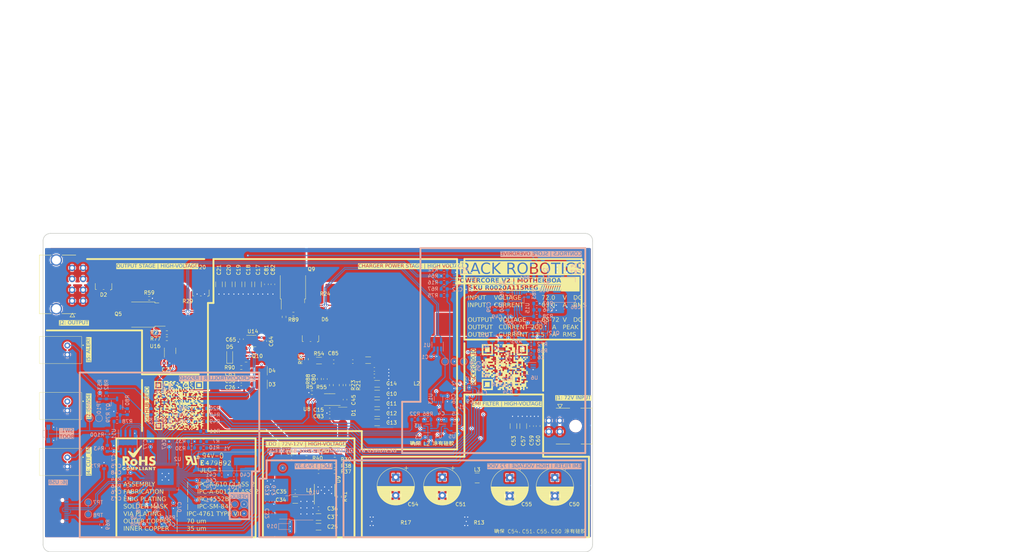
<source format=kicad_pcb>
(kicad_pcb (version 20221018) (generator pcbnew)

  (general
    (thickness 1.64)
  )

  (paper "A3")
  (title_block
    (title "PC-02 EDM PULSE GENERATOR")
    (company "DRAGONFLY POWER SYSTEMS")
  )

  (layers
    (0 "F.Cu" signal)
    (1 "In1.Cu" power)
    (2 "In2.Cu" signal)
    (3 "In3.Cu" signal)
    (4 "In4.Cu" power)
    (31 "B.Cu" signal)
    (32 "B.Adhes" user "B.Adhesive")
    (33 "F.Adhes" user "F.Adhesive")
    (34 "B.Paste" user)
    (35 "F.Paste" user)
    (36 "B.SilkS" user "B.Silkscreen")
    (37 "F.SilkS" user "F.Silkscreen")
    (38 "B.Mask" user)
    (39 "F.Mask" user)
    (40 "Dwgs.User" user "User.Drawings")
    (41 "Cmts.User" user "User.Comments")
    (42 "Eco1.User" user "User.Eco1")
    (43 "Eco2.User" user "User.Eco2")
    (44 "Edge.Cuts" user)
    (45 "Margin" user)
    (46 "B.CrtYd" user "B.Courtyard")
    (47 "F.CrtYd" user "F.Courtyard")
    (48 "B.Fab" user)
    (49 "F.Fab" user)
    (50 "User.1" user)
    (51 "User.2" user)
    (52 "User.3" user)
    (53 "User.4" user)
    (54 "User.5" user)
    (55 "User.6" user)
    (56 "User.7" user)
    (57 "User.8" user)
    (58 "User.9" user)
  )

  (setup
    (stackup
      (layer "F.SilkS" (type "Top Silk Screen") (color "White"))
      (layer "F.Paste" (type "Top Solder Paste"))
      (layer "F.Mask" (type "Top Solder Mask") (color "#000000CC") (thickness 0.01))
      (layer "F.Cu" (type "copper") (thickness 0.07))
      (layer "dielectric 1" (type "prepreg") (thickness 0.18) (material "FR4") (epsilon_r 4.29) (loss_tangent 0.02))
      (layer "In1.Cu" (type "copper") (thickness 0.035))
      (layer "dielectric 2" (type "core") (thickness 0.4) (material "FR4") (epsilon_r 4.29) (loss_tangent 0.02))
      (layer "In2.Cu" (type "copper") (thickness 0.035))
      (layer "dielectric 3" (type "prepreg") (thickness 0.18) (material "FR4") (epsilon_r 4.29) (loss_tangent 0.02))
      (layer "In3.Cu" (type "copper") (thickness 0.035))
      (layer "dielectric 4" (type "core") (thickness 0.4) (material "FR4") (epsilon_r 4.29) (loss_tangent 0.02))
      (layer "In4.Cu" (type "copper") (thickness 0.035))
      (layer "dielectric 5" (type "prepreg") (thickness 0.18) (material "FR4") (epsilon_r 4.29) (loss_tangent 0.02))
      (layer "B.Cu" (type "copper") (thickness 0.07))
      (layer "B.Mask" (type "Bottom Solder Mask") (color "#000000CC") (thickness 0.01))
      (layer "B.Paste" (type "Bottom Solder Paste"))
      (layer "B.SilkS" (type "Bottom Silk Screen") (color "White"))
      (copper_finish "ENIG")
      (dielectric_constraints no)
    )
    (pad_to_mask_clearance 0.0508)
    (solder_mask_min_width 0.0762)
    (aux_axis_origin 126.999998 193.999998)
    (pcbplotparams
      (layerselection 0x00010fc_ffffffff)
      (plot_on_all_layers_selection 0x0000000_00000000)
      (disableapertmacros false)
      (usegerberextensions true)
      (usegerberattributes false)
      (usegerberadvancedattributes false)
      (creategerberjobfile false)
      (dashed_line_dash_ratio 12.000000)
      (dashed_line_gap_ratio 3.000000)
      (svgprecision 4)
      (plotframeref false)
      (viasonmask false)
      (mode 1)
      (useauxorigin true)
      (hpglpennumber 1)
      (hpglpenspeed 20)
      (hpglpendiameter 15.000000)
      (dxfpolygonmode true)
      (dxfimperialunits true)
      (dxfusepcbnewfont true)
      (psnegative false)
      (psa4output false)
      (plotreference false)
      (plotvalue false)
      (plotinvisibletext false)
      (sketchpadsonfab false)
      (subtractmaskfromsilk true)
      (outputformat 1)
      (mirror false)
      (drillshape 0)
      (scaleselection 1)
      (outputdirectory "Gerbers/")
    )
  )

  (net 0 "")
  (net 1 "+3V3")
  (net 2 "GND")
  (net 3 "/CONTROLS/V_SENSE_FILTERED")
  (net 4 "/CONTROLS/V_SLOPE")
  (net 5 "VBUS")
  (net 6 "+12V")
  (net 7 "/CHARGER_POWER_STAGE/CHARGER_TEMP")
  (net 8 "/CONTROLS/CURRENT_TRIP")
  (net 9 "Net-(R49-Pad2)")
  (net 10 "/CONTROLS/OUTPUT_ISENSE_MICRO")
  (net 11 "Net-(Q10A-G)")
  (net 12 "Net-(U4-Pad2)")
  (net 13 "Net-(U8-IN)")
  (net 14 "+1V1")
  (net 15 "/MICRO/OUTPUT_STAGE_TEMP")
  (net 16 "/CHARGER_POWER_STAGE/VCAP")
  (net 17 "Net-(D7-A{slash}K)")
  (net 18 "/CONTROLS/CC_I_LIMIT")
  (net 19 "Net-(U9-BST)")
  (net 20 "Net-(U9-SW)")
  (net 21 "Net-(C38-Pad1)")
  (net 22 "Net-(U9-FB)")
  (net 23 "Net-(C40-Pad1)")
  (net 24 "/MICRO/XIN")
  (net 25 "/CONTROLS/V_CAP_SET")
  (net 26 "/CHARGER_POWER_STAGE/VSW")
  (net 27 "/CONTROLS/SLOPE_GENERATION/I_LIMIT_ADJUSTED")
  (net 28 "+5V")
  (net 29 "VDC")
  (net 30 "Net-(U7A--)")
  (net 31 "Net-(D3-K)")
  (net 32 "Net-(D5-A)")
  (net 33 "/CHARGER_POWER_STAGE/VHB_DIODE")
  (net 34 "/CHARGER_POWER_STAGE/VS_DIODE")
  (net 35 "Net-(Q3-G)")
  (net 36 "Net-(C84-Pad1)")
  (net 37 "Net-(C85-Pad2)")
  (net 38 "Net-(D1-K)")
  (net 39 "/CONNECTORS/ELECTRODE_-")
  (net 40 "Net-(D5-K)")
  (net 41 "/CONNECTORS/OUTPUT_ISENSE")
  (net 42 "/CONNECTORS/CUT_EN")
  (net 43 "/CONNECTORS/SHORT_ALERT")
  (net 44 "Net-(J6-VBUS-PadA4)")
  (net 45 "/CONNECTORS/USB_D_N")
  (net 46 "/CONNECTORS/USB_D_P")
  (net 47 "Net-(J6-CC1)")
  (net 48 "Net-(L2-Pad1)")
  (net 49 "/CONTROLS/OUTPUT_SHUNT_+")
  (net 50 "unconnected-(J6-SBU1-PadA8)")
  (net 51 "/CHARGER_POWER_STAGE/V_SHUNT_+")
  (net 52 "/CHARGER_POWER_STAGE/V_SHUNT_-")
  (net 53 "Net-(Q1-G)")
  (net 54 "Net-(Q2-G)")
  (net 55 "Net-(Q2-S)")
  (net 56 "Net-(Q2-D)")
  (net 57 "Net-(U16-IN)")
  (net 58 "Net-(U16-HO)")
  (net 59 "Net-(Q5-G)")
  (net 60 "Net-(Q7-G)")
  (net 61 "Net-(Q7-D)")
  (net 62 "/CHARGER_POWER_STAGE/VGH")
  (net 63 "Net-(Q9-G)")
  (net 64 "Net-(Q11-G)")
  (net 65 "Net-(U13-+)")
  (net 66 "Net-(U3-D)")
  (net 67 "Net-(U3-~{CLR})")
  (net 68 "/CONTROLS/CC_SLOPE_BLANKING")
  (net 69 "Net-(U6B-+)")
  (net 70 "/CHARGER_POWER_STAGE/CC_CHARGER_EN")
  (net 71 "/CONTROLS/SPARK_THRESHOLD_PWM")
  (net 72 "/MICRO/P_USB_P")
  (net 73 "/CONTROLS/OUTPUT_CURRENT_TRIP")
  (net 74 "Net-(R15-Pad2)")
  (net 75 "/MICRO/P_USB_N")
  (net 76 "Net-(J6-CC2)")
  (net 77 "Net-(U8-EN)")
  (net 78 "Net-(U8-HO)")
  (net 79 "/CHARGER_POWER_STAGE/CC_CHARGER_HI")
  (net 80 "/CHARGER_POWER_STAGE/VG_DIODE")
  (net 81 "/MICRO/OUTPUT_EN")
  (net 82 "/CONTROLS/CC_I_LIMIT_PWM")
  (net 83 "/CONTROLS/V_CAP_SET_PWM")
  (net 84 "Net-(R33-Pad1)")
  (net 85 "Net-(R38-Pad2)")
  (net 86 "Net-(U9-RT)")
  (net 87 "/MICRO/QSPI_SS")
  (net 88 "/CONTROLS/CC_CLK")
  (net 89 "Net-(U3-C)")
  (net 90 "Net-(U15A--)")
  (net 91 "unconnected-(J6-SBU2-PadB8)")
  (net 92 "/CONTROLS/VSENSE_TRIP")
  (net 93 "unconnected-(U6-Pad1)")
  (net 94 "/CONTROLS/CC_PWM_nEN")
  (net 95 "Net-(U15A-+)")
  (net 96 "Net-(U8-RDT)")
  (net 97 "Net-(U8-LO)")
  (net 98 "Net-(U15B-+)")
  (net 99 "Net-(U15B--)")
  (net 100 "Net-(R78-Pad2)")
  (net 101 "/MICRO/CUT_nEN")
  (net 102 "/CHARGER_POWER_STAGE/DIODE_ON")
  (net 103 "Net-(U14-IN)")
  (net 104 "/CHARGER_POWER_STAGE/GATE_BIAS_CLK")
  (net 105 "Net-(R100-Pad2)")
  (net 106 "/MICRO/XOUT")
  (net 107 "/CONNECTORS/SWCLK")
  (net 108 "/CONNECTORS/SWDIO")
  (net 109 "unconnected-(U2-GPIO23-Pad35)")
  (net 110 "unconnected-(U2-GPIO24-Pad36)")
  (net 111 "unconnected-(U2-GPIO16-Pad27)")
  (net 112 "unconnected-(U2-GPIO17-Pad28)")
  (net 113 "unconnected-(U2-GPIO18-Pad29)")
  (net 114 "unconnected-(U2-GPIO19-Pad30)")
  (net 115 "unconnected-(U2-GPIO20-Pad31)")
  (net 116 "unconnected-(U2-GPIO21-Pad32)")
  (net 117 "unconnected-(U2-GPIO22-Pad34)")
  (net 118 "unconnected-(U2-GPIO25-Pad37)")
  (net 119 "Net-(U11-~{RST}(IO3))")
  (net 120 "Net-(U11-CLK)")
  (net 121 "Net-(U11-DI(IO0))")
  (net 122 "Net-(U11-~{WP}(IO2))")
  (net 123 "Net-(U11-DO(IO1))")
  (net 124 "unconnected-(U8-NC-Pad5)")
  (net 125 "unconnected-(U9-PGOOD-Pad6)")
  (net 126 "Net-(U17A-+)")
  (net 127 "Net-(U17A--)")
  (net 128 "/CONTROLS/VSENSE_BUFFERED")
  (net 129 "Net-(C51-Pad2)")
  (net 130 "Net-(R62-Pad1)")
  (net 131 "Net-(D7-A)")
  (net 132 "Net-(D7-K)")
  (net 133 "unconnected-(U17-Pad7)")
  (net 134 "Net-(J5-Pad1)")
  (net 135 "Net-(Q5-S)")
  (net 136 "/CONTROLS/OUTPUT_SHUNT_-")
  (net 137 "Net-(D19-K)")
  (net 138 "unconnected-(U2-GPIO7-Pad9)")
  (net 139 "unconnected-(U2-GPIO8-Pad11)")

  (footprint "NET_TIES:NET_TIE_SMD_10mil" (layer "F.Cu") (at 202.039 126.619 180))

  (footprint "SMD_INDUCTORS:PQ2617BHA" (layer "F.Cu") (at 229.108 131.826 -90))

  (footprint "CONNECTORS:0430450822" (layer "F.Cu") (at 130.599998 120.914999 -90))

  (footprint "SMD_INDUCTORS:VLS6045EX" (layer "F.Cu") (at 196.849998 172.823998 180))

  (footprint "Capacitor_SMD:C_0603_1608Metric" (layer "F.Cu") (at 181.102 145.415 180))

  (footprint "Capacitor_SMD:C_0603_1608Metric" (layer "F.Cu") (at 194.817998 168.251998 180))

  (footprint "CONNECTORS:S2B-XH-A-1" (layer "F.Cu") (at 133.61432 154.149998 90))

  (footprint "Capacitor_SMD:C_0603_1608Metric" (layer "F.Cu") (at 209.423 152.4 90))

  (footprint "Capacitor_SMD:C_0603_1608Metric" (layer "F.Cu") (at 262.128 159.639 90))

  (footprint "Capacitor_SMD:C_0603_1608Metric" (layer "F.Cu") (at 187.5155 136.398 -90))

  (footprint "GRAPHICS:powercore_version_2.0_micro" (layer "F.Cu") (at 186 190))

  (footprint "Resistor_SMD:R_1206_3216Metric" (layer "F.Cu") (at 215.725 141.632 180))

  (footprint "Capacitor_SMD:C_1206_3216Metric" (layer "F.Cu") (at 218.186 148.082))

  (footprint "DFN_QFN:INFINEON_TSDSON-8-25" (layer "F.Cu") (at 211.471 144.878 -90))

  (footprint "Capacitor_SMD:C_0603_1608Metric" (layer "F.Cu") (at 160.795 142.437998))

  (footprint "NET_TIES:NET_TIE_SMD_10mil" (layer "F.Cu") (at 164.447001 128.270001 180))

  (footprint "Resistor_SMD:R_0603_1608Metric" (layer "F.Cu") (at 206.629 172.085 180))

  (footprint "Capacitor_SMD:C_0603_1608Metric" (layer "F.Cu") (at 181.1655 135.89 -90))

  (footprint "Resistor_SMD:R_0603_1608Metric" (layer "F.Cu") (at 208.37 148.434 -90))

  (footprint "Resistor_SMD:R_0603_1608Metric" (layer "F.Cu") (at 195.32 129.041))

  (footprint "Capacitor_SMD:C_1206_3216Metric" (layer "F.Cu") (at 255.397 159.639 90))

  (footprint "Resistor_SMD:R_0603_1608Metric" (layer "F.Cu") (at 205.703 148.434 90))

  (footprint "Package_TO_SOT_SMD:TO-277A" (layer "F.Cu")
    (tstamp 34fc78c3-d036-4ccb-9577-17e5e6951438)
    (at 143.51 119.155 180)
    (descr "Thermal enhanced ultra thin SMD package; 3 leads; body: 4.3x6.1x0.43mm, https://www.vishay.com/docs/95570/to-277asmpc.pdf")
    (tags "TO-277A SMPC")
    (property "If" "10A")
    (property "Manufacturer" "Vishay")
    (property "Part Number" "SS10PH10-M3/87A")
    (property "Sheetfile" "OUTPUT_STAGE.kicad_sch")
    (property "Sheetname" "OUTPUT_STAGE")
    (property "Vr" "100V")
    (property "ki_description" "DIO
... [4998340 chars truncated]
</source>
